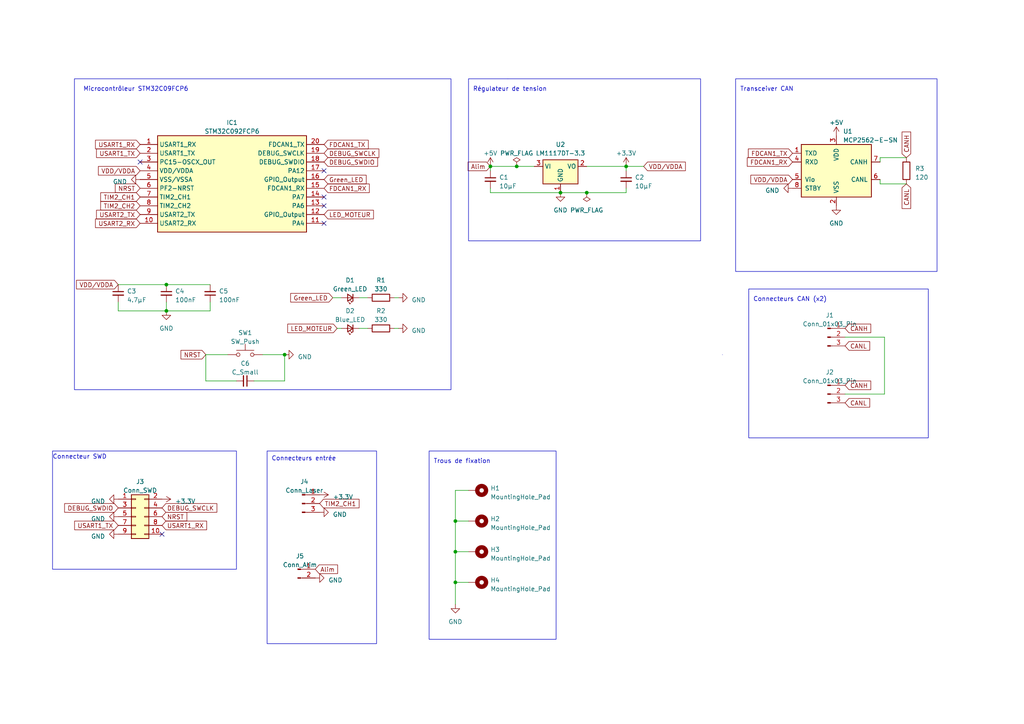
<source format=kicad_sch>
(kicad_sch (version 20230121) (generator eeschema)
  (paper "A4")
  (title_block (title "PROJET_CONCEPTION_ODOMETRE") (date "2026-02-10") (rev "1.0") (company "ENSEA"))
  (lib_symbols
    (symbol "Connector:Conn_01x02_Pin" (pin_names (offset 1.016) hide)
      (property "Reference" "J" (at 0 2.54 0))
      (property "Value" "Conn_01x02_Pin" (at 0 -5.08 0))
      (symbol "Conn_01x02_Pin_1_1"
        (polyline (pts (xy 1.27 -2.54) (xy 0.8636 -2.54)) (stroke (width 0.1524)))
        (polyline (pts (xy 1.27 0) (xy 0.8636 0)) (stroke (width 0.1524)))
        (rectangle (start 0.8636 -2.413) (end 0 -2.667) (stroke (width 0.1524)) (fill (type outline)))
        (rectangle (start 0.8636 0.127) (end 0 -0.127) (stroke (width 0.1524)) (fill (type outline)))
        (pin passive line (at 5.08 0 180) (length 3.81) (name "Pin_1") (number "1"))
        (pin passive line (at 5.08 -2.54 180) (length 3.81) (name "Pin_2") (number "2"))
      )
    )
    (symbol "Connector:Conn_01x03_Pin" (pin_names (offset 1.016) hide)
      (property "Reference" "J" (at 0 5.08 0))
      (property "Value" "Conn_01x03_Pin" (at 0 -5.08 0))
      (symbol "Conn_01x03_Pin_1_1"
        (polyline (pts (xy 1.27 -2.54) (xy 0.8636 -2.54)) (stroke (width 0.1524)))
        (polyline (pts (xy 1.27 0) (xy 0.8636 0)) (stroke (width 0.1524)))
        (polyline (pts (xy 1.27 2.54) (xy 0.8636 2.54)) (stroke (width 0.1524)))
        (rectangle (start 0.8636 -2.413) (end 0 -2.667) (stroke (width 0.1524)) (fill (type outline)))
        (rectangle (start 0.8636 0.127) (end 0 -0.127) (stroke (width 0.1524)) (fill (type outline)))
        (rectangle (start 0.8636 2.667) (end 0 2.413) (stroke (width 0.1524)) (fill (type outline)))
        (pin passive line (at 5.08 2.54 180) (length 3.81) (name "Pin_1") (number "1"))
        (pin passive line (at 5.08 0 180) (length 3.81) (name "Pin_2") (number "2"))
        (pin passive line (at 5.08 -2.54 180) (length 3.81) (name "Pin_3") (number "3"))
      )
    )
    (symbol "Connector_Generic:Conn_02x05_Odd_Even" (pin_names (offset 1.016) hide)
      (property "Reference" "J" (at 1.27 7.62 0))
      (property "Value" "Conn_02x05_Odd_Even" (at 1.27 -7.62 0))
      (symbol "Conn_02x05_Odd_Even_1_1"
        (rectangle (start -1.27 -4.953) (end 0 -5.207) (stroke (width 0.1524)))
        (rectangle (start -1.27 -2.413) (end 0 -2.667) (stroke (width 0.1524)))
        (rectangle (start -1.27 0.127) (end 0 -0.127) (stroke (width 0.1524)))
        (rectangle (start -1.27 2.667) (end 0 2.413) (stroke (width 0.1524)))
        (rectangle (start -1.27 5.207) (end 0 4.953) (stroke (width 0.1524)))
        (rectangle (start -1.27 6.35) (end 3.81 -6.35) (stroke (width 0.254)) (fill (type background)))
        (rectangle (start 3.81 -4.953) (end 2.54 -5.207) (stroke (width 0.1524)))
        (rectangle (start 3.81 -2.413) (end 2.54 -2.667) (stroke (width 0.1524)))
        (rectangle (start 3.81 0.127) (end 2.54 -0.127) (stroke (width 0.1524)))
        (rectangle (start 3.81 2.667) (end 2.54 2.413) (stroke (width 0.1524)))
        (rectangle (start 3.81 5.207) (end 2.54 4.953) (stroke (width 0.1524)))
        (pin passive line (at -5.08 5.08 0) (length 3.81) (name "Pin_1") (number "1"))
        (pin passive line (at 7.62 -5.08 180) (length 3.81) (name "Pin_10") (number "10"))
        (pin passive line (at 7.62 5.08 180) (length 3.81) (name "Pin_2") (number "2"))
        (pin passive line (at -5.08 2.54 0) (length 3.81) (name "Pin_3") (number "3"))
        (pin passive line (at 7.62 2.54 180) (length 3.81) (name "Pin_4") (number "4"))
        (pin passive line (at -5.08 0 0) (length 3.81) (name "Pin_5") (number "5"))
        (pin passive line (at 7.62 0 180) (length 3.81) (name "Pin_6") (number "6"))
        (pin passive line (at -5.08 -2.54 0) (length 3.81) (name "Pin_7") (number "7"))
        (pin passive line (at 7.62 -2.54 180) (length 3.81) (name "Pin_8") (number "8"))
        (pin passive line (at -5.08 -5.08 0) (length 3.81) (name "Pin_9") (number "9"))
      )
    )
    (symbol "Device:C_Small" (pin_numbers hide) (pin_names (offset 0.254) hide)
      (property "Reference" "C" (at 0.254 1.778 0))
      (property "Value" "C_Small" (at 0.254 -2.032 0))
      (symbol "C_Small_0_1"
        (polyline (pts (xy -1.524 -0.508) (xy 1.524 -0.508)) (stroke (width 0.3302)))
        (polyline (pts (xy -1.524 0.508) (xy 1.524 0.508)) (stroke (width 0.3048)))
      )
      (symbol "C_Small_1_1"
        (pin passive line (at 0 2.54 270) (length 2.032) (name "~") (number "1"))
        (pin passive line (at 0 -2.54 90) (length 2.032) (name "~") (number "2"))
      )
    )
    (symbol "Device:LED_Small" (pin_numbers hide) (pin_names (offset 0.254) hide)
      (property "Reference" "D" (at -1.27 3.175 0))
      (property "Value" "LED_Small" (at -4.445 -2.54 0))
      (symbol "LED_Small_0_1"
        (polyline (pts (xy -0.762 -1.016) (xy -0.762 1.016)) (stroke (width 0.254)))
        (polyline (pts (xy 1.016 0) (xy -0.762 0)))
        (polyline (pts (xy 0.762 -1.016) (xy -0.762 0) (xy 0.762 1.016) (xy 0.762 -1.016)) (stroke (width 0.254)))
        (polyline (pts (xy 0 0.762) (xy -0.508 1.27) (xy -0.254 1.27) (xy -0.508 1.27) (xy -0.508 1.016)))
        (polyline (pts (xy 0.508 1.27) (xy 0 1.778) (xy 0.254 1.778) (xy 0 1.778) (xy 0 1.524)))
      )
      (symbol "LED_Small_1_1"
        (pin passive line (at -2.54 0 0) (length 1.778) (name "K") (number "1"))
        (pin passive line (at 2.54 0 180) (length 1.778) (name "A") (number "2"))
      )
    )
    (symbol "Device:R" (pin_numbers hide) (pin_names (offset 0))
      (property "Reference" "R" (at 2.032 0 90))
      (property "Value" "R" (at 0 0 90))
      (symbol "R_0_1"
        (rectangle (start -1.016 -2.54) (end 1.016 2.54) (stroke (width 0.254)))
      )
      (symbol "R_1_1"
        (pin passive line (at 0 3.81 270) (length 1.27) (name "~") (number "1"))
        (pin passive line (at 0 -3.81 90) (length 1.27) (name "~") (number "2"))
      )
    )
    (symbol "Interface_CAN_LIN:MCP2562-E-SN" (pin_names (offset 1.016))
      (property "Reference" "U" (at -10.16 8.89 0))
      (property "Value" "MCP2562-E-SN" (at 2.54 8.89 0))
      (symbol "MCP2562-E-SN_0_1"
        (rectangle (start -10.16 7.62) (end 10.16 -7.62) (stroke (width 0.254)) (fill (type background)))
      )
      (symbol "MCP2562-E-SN_1_1"
        (pin input line (at -12.7 5.08 0) (length 2.54) (name "TXD") (number "1"))
        (pin power_in line (at 0 -10.16 90) (length 2.54) (name "VSS") (number "2"))
        (pin power_in line (at 0 10.16 270) (length 2.54) (name "VDD") (number "3"))
        (pin output line (at -12.7 2.54 0) (length 2.54) (name "RXD") (number "4"))
        (pin power_in line (at -12.7 -2.54 0) (length 2.54) (name "Vio") (number "5"))
        (pin bidirectional line (at 12.7 -2.54 180) (length 2.54) (name "CANL") (number "6"))
        (pin bidirectional line (at 12.7 2.54 180) (length 2.54) (name "CANH") (number "7"))
        (pin input line (at -12.7 -5.08 0) (length 2.54) (name "STBY") (number "8"))
      )
    )
    (symbol "Mechanical:MountingHole_Pad" (pin_numbers hide) (pin_names (offset 1.016) hide)
      (property "Reference" "H" (at 0 6.35 0))
      (property "Value" "MountingHole_Pad" (at 0 4.445 0))
      (symbol "MountingHole_Pad_0_1"
        (circle (center 0 1.27) (radius 1.27) (stroke (width 1.27)))
      )
      (symbol "MountingHole_Pad_1_1"
        (pin input line (at 0 -2.54 90) (length 2.54) (name "1") (number "1"))
      )
    )
    (symbol "Regulator_Linear:LM1117DT-3.3"
      (property "Reference" "U" (at -3.81 3.175 0))
      (property "Value" "LM1117DT-3.3" (at 0 3.175 0))
      (symbol "LM1117DT-3.3_0_1"
        (rectangle (start -5.08 -5.08) (end 5.08 1.905) (stroke (width 0.254)) (fill (type background)))
      )
      (symbol "LM1117DT-3.3_1_1"
        (pin power_in line (at 0 -7.62 90) (length 2.54) (name "GND") (number "1"))
        (pin power_out line (at 7.62 0 180) (length 2.54) (name "VO") (number "2"))
        (pin power_in line (at -7.62 0 0) (length 2.54) (name "VI") (number "3"))
      )
    )
    (symbol "STM32C092FCP6:STM32C092FCP6"
      (property "Reference" "IC1" (at 26.67 6.35 0))
      (property "Value" "STM32C092FCP6" (at 26.67 3.81 0))
      (symbol "STM32C092FCP6_1_1"
        (rectangle (start 5.08 2.54) (end 48.26 -25.4) (stroke (width 0.254)) (fill (type background)))
        (pin passive line (at 0 0 0) (length 5.08) (name "USART1_RX") (number "1"))
        (pin passive line (at 0 -22.86 0) (length 5.08) (name "USART2_RX") (number "10"))
        (pin passive line (at 53.34 -22.86 180) (length 5.08) (name "PA4") (number "11"))
        (pin passive line (at 53.34 -20.32 180) (length 5.08) (name "GPIO_Output") (number "12"))
        (pin passive line (at 53.34 -17.78 180) (length 5.08) (name "PA6") (number "13"))
        (pin passive line (at 53.34 -15.24 180) (length 5.08) (name "PA7") (number "14"))
        (pin passive line (at 53.34 -12.7 180) (length 5.08) (name "FDCAN1_RX") (number "15"))
        (pin passive line (at 53.34 -10.16 180) (length 5.08) (name "GPIO_Output") (number "16"))
        (pin passive line (at 53.34 -7.62 180) (length 5.08) (name "PA12") (number "17"))
        (pin passive line (at 53.34 -5.08 180) (length 5.08) (name "DEBUG_SWDIO") (number "18"))
        (pin passive line (at 53.34 -2.54 180) (length 5.08) (name "DEBUG_SWCLK") (number "19"))
        (pin passive line (at 0 -2.54 0) (length 5.08) (name "USART1_TX") (number "2"))
        (pin passive line (at 53.34 0 180) (length 5.08) (name "FDCAN1_TX") (number "20"))
        (pin passive line (at 0 -5.08 0) (length 5.08) (name "PC15-OSCX_OUT") (number "3"))
        (pin passive line (at 0 -7.62 0) (length 5.08) (name "VDD/VDDA") (number "4"))
        (pin passive line (at 0 -10.16 0) (length 5.08) (name "VSS/VSSA") (number "5"))
        (pin passive line (at 0 -12.7 0) (length 5.08) (name "PF2-NRST") (number "6"))
        (pin passive line (at 0 -15.24 0) (length 5.08) (name "TIM2_CH1") (number "7"))
        (pin passive line (at 0 -17.78 0) (length 5.08) (name "TIM2_CH2") (number "8"))
        (pin passive line (at 0 -20.32 0) (length 5.08) (name "USART2_TX") (number "9"))
      )
    )
    (symbol "Switch:SW_Push" (pin_numbers hide) (pin_names (offset 1.016) hide)
      (property "Reference" "SW" (at 1.27 2.54 0))
      (property "Value" "SW_Push" (at 0 -1.524 0))
      (symbol "SW_Push_0_1"
        (circle (center -2.032 0) (radius 0.508))
        (polyline (pts (xy 0 1.27) (xy 0 3.048)))
        (polyline (pts (xy 2.54 1.27) (xy -2.54 1.27)))
        (circle (center 2.032 0) (radius 0.508))
        (pin passive line (at -5.08 0 0) (length 2.54) (name "1") (number "1"))
        (pin passive line (at 5.08 0 180) (length 2.54) (name "2") (number "2"))
      )
    )
    (symbol "power:+3.3V" (power) (pin_names (offset 0))
      (property "Value" "+3.3V" (at 0 3.556 0))
      (symbol "+3.3V_0_1"
        (polyline (pts (xy -0.762 1.27) (xy 0 2.54)))
        (polyline (pts (xy 0 0) (xy 0 2.54)))
        (polyline (pts (xy 0 2.54) (xy 0.762 1.27)))
      )
      (symbol "+3.3V_1_1"
        (pin power_in line (at 0 0 90) (length 0) hide (name "+3.3V") (number "1"))
      )
    )
    (symbol "power:+5V" (power) (pin_names (offset 0))
      (property "Value" "+5V" (at 0 3.556 0))
      (symbol "+5V_0_1"
        (polyline (pts (xy -0.762 1.27) (xy 0 2.54)))
        (polyline (pts (xy 0 0) (xy 0 2.54)))
        (polyline (pts (xy 0 2.54) (xy 0.762 1.27)))
      )
      (symbol "+5V_1_1"
        (pin power_in line (at 0 0 90) (length 0) hide (name "+5V") (number "1"))
      )
    )
    (symbol "power:GND" (power) (pin_names (offset 0))
      (property "Value" "GND" (at 0 -3.81 0))
      (symbol "GND_0_1"
        (polyline (pts (xy 0 0) (xy 0 -1.27) (xy 1.27 -1.27) (xy 0 -2.54) (xy -1.27 -1.27) (xy 0 -1.27)))
      )
      (symbol "GND_1_1"
        (pin power_in line (at 0 0 270) (length 0) hide (name "GND") (number "1"))
      )
    )
    (symbol "power:PWR_FLAG" (power) (pin_numbers hide) (pin_names (offset 0) hide)
      (property "Value" "PWR_FLAG" (at 0 3.81 0))
      (symbol "PWR_FLAG_0_0"
        (pin power_out line (at 0 0 90) (length 0) (name "pwr") (number "1"))
      )
      (symbol "PWR_FLAG_0_1"
        (polyline (pts (xy 0 0) (xy 0 1.27) (xy -1.016 1.905) (xy 0 2.54) (xy 1.016 1.905) (xy 0 1.27)))
      )
    )
  )
  (junction (at 48.26 82.55))
  (junction (at 132.08 151.13))
  (junction (at 132.08 168.91))
  (junction (at 181.61 48.26))
  (junction (at 170.18 55.88))
  (junction (at 162.56 55.88))
  (junction (at 48.26 90.17))
  (junction (at 142.24 48.26))
  (junction (at 82.55 102.87))
  (junction (at 132.08 160.02))
  (junction (at 149.86 48.26))
  (no_connect (at 93.98 57.15))
  (no_connect (at 93.98 64.77))
  (no_connect (at 93.98 59.69))
  (no_connect (at 46.99 154.94))
  (no_connect (at 93.98 49.53))
  (no_connect (at 40.64 46.99))
  (wire (pts (xy 255.27 45.72) (xy 262.89 45.72)))
  (wire (pts (xy 181.61 55.88) (xy 181.61 54.61)))
  (wire (pts (xy 104.14 95.25) (xy 106.68 95.25)))
  (wire (pts (xy 82.55 110.49) (xy 82.55 102.87)))
  (wire (pts (xy 132.08 151.13) (xy 132.08 160.02)))
  (wire (pts (xy 48.26 87.63) (xy 48.26 90.17)))
  (wire (pts (xy 132.08 160.02) (xy 132.08 168.91)))
  (wire (pts (xy 255.27 52.07) (xy 255.27 53.34)))
  (wire (pts (xy 170.18 48.26) (xy 181.61 48.26)))
  (wire (pts (xy 132.08 142.24) (xy 132.08 151.13)))
  (wire (pts (xy 59.69 102.87) (xy 59.69 110.49)))
  (wire (pts (xy 60.96 87.63) (xy 60.96 90.17)))
  (wire (pts (xy 48.26 90.17) (xy 60.96 90.17)))
  (wire (pts (xy 256.54 114.3) (xy 245.11 114.3)))
  (wire (pts (xy 135.89 142.24) (xy 132.08 142.24)))
  (wire (pts (xy 132.08 151.13) (xy 135.89 151.13)))
  (wire (pts (xy 104.14 86.36) (xy 106.68 86.36)))
  (wire (pts (xy 59.69 110.49) (xy 68.58 110.49)))
  (wire (pts (xy 186.69 48.26) (xy 181.61 48.26)))
  (wire (pts (xy 114.3 95.25) (xy 115.57 95.25)))
  (wire (pts (xy 170.18 55.88) (xy 181.61 55.88)))
  (wire (pts (xy 132.08 168.91) (xy 132.08 175.26)))
  (wire (pts (xy 34.29 87.63) (xy 34.29 90.17)))
  (wire (pts (xy 142.24 48.26) (xy 142.24 49.53)))
  (wire (pts (xy 149.86 48.26) (xy 154.94 48.26)))
  (wire (pts (xy 73.66 110.49) (xy 82.55 110.49)))
  (wire (pts (xy 48.26 82.55) (xy 60.96 82.55)))
  (wire (pts (xy 256.54 97.79) (xy 256.54 114.3)))
  (wire (pts (xy 114.3 86.36) (xy 115.57 86.36)))
  (wire (pts (xy 34.29 82.55) (xy 48.26 82.55)))
  (wire (pts (xy 132.08 160.02) (xy 135.89 160.02)))
  (wire (pts (xy 255.27 53.34) (xy 262.89 53.34)))
  (wire (pts (xy 34.29 90.17) (xy 48.26 90.17)))
  (wire (pts (xy 142.24 48.26) (xy 149.86 48.26)))
  (wire (pts (xy 255.27 46.99) (xy 255.27 45.72)))
  (wire (pts (xy 142.24 55.88) (xy 162.56 55.88)))
  (wire (pts (xy 96.52 86.36) (xy 99.06 86.36)))
  (wire (pts (xy 162.56 55.88) (xy 170.18 55.88)))
  (wire (pts (xy 66.04 102.87) (xy 59.69 102.87)))
  (wire (pts (xy 142.24 54.61) (xy 142.24 55.88)))
  (wire (pts (xy 132.08 168.91) (xy 135.89 168.91)))
  (wire (pts (xy 245.11 97.79) (xy 256.54 97.79)))
  (wire (pts (xy 82.55 102.87) (xy 76.2 102.87)))
  (wire (pts (xy 97.79 95.25) (xy 99.06 95.25)))
  (wire (pts (xy 181.61 48.26) (xy 181.61 49.53)))
  (rectangle (start 217.17 83.82) (end 269.24 127))
  (rectangle (start 21.59 22.86) (end 130.81 113.03))
  (rectangle (start 15.24 130.81) (end 68.58 165.1))
  (rectangle (start 147.32 22.86) (end 147.32 22.86))
  (rectangle (start 124.46 130.81) (end 161.29 185.42))
  (rectangle (start 135.89 22.86) (end 203.2 69.85))
  (rectangle (start 213.36 22.86) (end 271.78 78.74))
  (rectangle (start 209.55 102.87) (end 209.55 102.87))
  (rectangle (start 77.47 130.81) (end 109.22 186.69))
  (text "Transceiver CAN\n" (at 214.63 26.67 0) (effects (font (size 1.27 1.27)) (justify left bottom)))
  (text "Connecteurs CAN (x2)\n" (at 218.44 87.63 0) (effects (font (size 1.27 1.27)) (justify left bottom)))
  (text "Connecteur SWD " (at 15.24 133.35 0) (effects (font (size 1.27 1.27)) (justify left bottom)))
  (text "\nConnecteurs entrée\n\n" (at 78.74 135.89 0) (effects (font (size 1.27 1.27)) (justify left bottom)))
  (text "Régulateur de tension" (at 137.16 26.67 0) (effects (font (size 1.27 1.27)) (justify left bottom)))
  (text "Microcontrôleur STM32C09FCP6\n" (at 24.13 26.67 0) (effects (font (size 1.27 1.27)) (justify left bottom)))
  (text "Trous de fixation\n" (at 125.73 134.62 0) (effects (font (size 1.27 1.27)) (justify left bottom)))
  (global_label "FDCAN1_RX" (shape input) (at 229.87 46.99 180) (property "Intersheetrefs" "${INTERSHEET_REFS}" (effects hide)))
  (global_label "Alim" (shape input) (at 91.44 165.1 0) (property "Intersheetrefs" "${INTERSHEET_REFS}" (effects hide)))
  (global_label "USART1_RX" (shape input) (at 40.64 41.91 180) (property "Intersheetrefs" "${INTERSHEET_REFS}" (effects hide)))
  (global_label "USART1_TX" (shape input) (at 34.29 152.4 180) (property "Intersheetrefs" "${INTERSHEET_REFS}" (effects hide)))
  (global_label "DEBUG_SWCLK" (shape input) (at 46.99 147.32 0) (property "Intersheetrefs" "${INTERSHEET_REFS}" (effects hide)))
  (global_label "Green_LED" (shape input) (at 96.52 86.36 180) (property "Intersheetrefs" "${INTERSHEET_REFS}" (effects hide)))
  (global_label "LED_MOTEUR" (shape input) (at 97.79 95.25 180) (property "Intersheetrefs" "${INTERSHEET_REFS}" (effects hide)))
  (global_label "TIM2_CH1" (shape input) (at 40.64 57.15 180) (property "Intersheetrefs" "${INTERSHEET_REFS}" (effects hide)))
  (global_label "FDCAN1_RX" (shape input) (at 93.98 54.61 0) (property "Intersheetrefs" "${INTERSHEET_REFS}" (effects hide)))
  (global_label "CANH" (shape input) (at 262.89 45.72 90) (property "Intersheetrefs" "${INTERSHEET_REFS}" (effects hide)))
  (global_label "Green_LED" (shape input) (at 93.98 52.07 0) (property "Intersheetrefs" "${INTERSHEET_REFS}" (effects hide)))
  (global_label "USART2_TX" (shape input) (at 40.64 62.23 180) (property "Intersheetrefs" "${INTERSHEET_REFS}" (effects hide)))
  (global_label "FDCAN1_TX" (shape input) (at 229.87 44.45 180) (property "Intersheetrefs" "${INTERSHEET_REFS}" (effects hide)))
  (global_label "VDD{slash}VDDA" (shape input) (at 186.69 48.26 0) (property "Intersheetrefs" "${INTERSHEET_REFS}" (effects hide)))
  (global_label "CANL" (shape input) (at 245.11 116.84 0) (property "Intersheetrefs" "${INTERSHEET_REFS}" (effects hide)))
  (global_label "VDD{slash}VDDA" (shape input) (at 34.29 82.55 180) (property "Intersheetrefs" "${INTERSHEET_REFS}" (effects hide)))
  (global_label "USART2_RX" (shape input) (at 40.64 64.77 180) (property "Intersheetrefs" "${INTERSHEET_REFS}" (effects hide)))
  (global_label "CANH" (shape input) (at 245.11 111.76 0) (property "Intersheetrefs" "${INTERSHEET_REFS}" (effects hide)))
  (global_label "VDD{slash}VDDA" (shape input) (at 40.64 49.53 180) (property "Intersheetrefs" "${INTERSHEET_REFS}" (effects hide)))
  (global_label "TIM2_CH2" (shape input) (at 40.64 59.69 180) (property "Intersheetrefs" "${INTERSHEET_REFS}" (effects hide)))
  (global_label "NRST" (shape input) (at 59.69 102.87 180) (property "Intersheetrefs" "${INTERSHEET_REFS}" (effects hide)))
  (global_label "NRST" (shape input) (at 46.99 149.86 0) (property "Intersheetrefs" "${INTERSHEET_REFS}" (effects hide)))
  (global_label "VDD{slash}VDDA" (shape input) (at 229.87 52.07 180) (property "Intersheetrefs" "${INTERSHEET_REFS}" (effects hide)))
  (global_label "DEBUG_SWCLK" (shape input) (at 93.98 44.45 0) (property "Intersheetrefs" "${INTERSHEET_REFS}" (effects hide)))
  (global_label "CANL" (shape input) (at 262.89 53.34 270) (property "Intersheetrefs" "${INTERSHEET_REFS}" (effects hide)))
  (global_label "CANH" (shape input) (at 245.11 95.25 0) (property "Intersheetrefs" "${INTERSHEET_REFS}" (effects hide)))
  (global_label "Alim" (shape input) (at 142.24 48.26 180) (property "Intersheetrefs" "${INTERSHEET_REFS}" (effects hide)))
  (global_label "NRST" (shape input) (at 40.64 54.61 180) (property "Intersheetrefs" "${INTERSHEET_REFS}" (effects hide)))
  (global_label "TIM2_CH1" (shape input) (at 92.71 146.05 0) (property "Intersheetrefs" "${INTERSHEET_REFS}" (effects hide)))
  (global_label "LED_MOTEUR" (shape input) (at 93.98 62.23 0) (property "Intersheetrefs" "${INTERSHEET_REFS}" (effects hide)))
  (global_label "FDCAN1_TX" (shape input) (at 93.98 41.91 0) (property "Intersheetrefs" "${INTERSHEET_REFS}" (effects hide)))
  (global_label "USART1_TX" (shape input) (at 40.64 44.45 180) (property "Intersheetrefs" "${INTERSHEET_REFS}" (effects hide)))
  (global_label "DEBUG_SWDIO" (shape input) (at 93.98 46.99 0) (property "Intersheetrefs" "${INTERSHEET_REFS}" (effects hide)))
  (global_label "USART1_RX" (shape input) (at 46.99 152.4 0) (property "Intersheetrefs" "${INTERSHEET_REFS}" (effects hide)))
  (global_label "CANL" (shape input) (at 245.11 100.33 0) (property "Intersheetrefs" "${INTERSHEET_REFS}" (effects hide)))
  (global_label "DEBUG_SWDIO" (shape input) (at 34.29 147.32 180) (property "Intersheetrefs" "${INTERSHEET_REFS}" (effects hide)))
  (symbol (lib_id "Device:C_Small") (at 48.26 85.09 0) (unit 1)
    (property "Reference" "C4" (at 50.8 84.4613 0) (effects (justify left)))
    (property "Value" "100nF" (at 50.8 87.0013 0) (effects (justify left)))
    (property "Footprint" "Capacitor_SMD:C_0805_2012Metric_Pad1.18x1.45mm_HandSolder" (effects hide))
  )
  (symbol (lib_id "power:+3.3V") (at 92.71 143.51 270) (unit 1)
    (property "Reference" "#PWR017" (effects hide))
    (property "Value" "+3.3V" (at 96.52 144.145 90) (effects (justify left)))
  )
  (symbol (lib_id "power:+3.3V") (at 46.99 144.78 270) (unit 1)
    (property "Reference" "#PWR012" (effects hide))
    (property "Value" "+3.3V" (at 50.8 145.415 90) (effects (justify left)))
  )
  (symbol (lib_id "Connector_Generic:Conn_02x05_Odd_Even") (at 39.37 149.86 0) (unit 1)
    (property "Reference" "J3" (at 40.64 139.7 0))
    (property "Value" "Conn_SWD" (at 40.64 142.24 0))
  )
  (symbol (lib_id "Device:R") (at 262.89 49.53 0) (unit 1)
    (property "Reference" "R3" (at 265.43 48.895 0) (effects (justify left)))
    (property "Value" "120" (at 265.43 51.435 0) (effects (justify left)))
  )
  (symbol (lib_id "Connector:Conn_01x03_Pin") (at 87.63 146.05 0) (unit 1)
    (property "Reference" "J4" (at 88.265 139.7 0))
    (property "Value" "Conn_Laser" (at 88.265 142.24 0))
  )
  (symbol (lib_id "power:PWR_FLAG") (at 170.18 55.88 180) (unit 1)
    (property "Reference" "#FLG02" (effects hide))
    (property "Value" "PWR_FLAG" (at 170.18 60.96 0))
  )
  (symbol (lib_id "Device:C_Small") (at 181.61 52.07 0) (unit 1)
    (property "Reference" "C2" (at 184.15 51.4413 0) (effects (justify left)))
    (property "Value" "10µF" (at 184.15 53.9813 0) (effects (justify left)))
    (property "Footprint" "Capacitor_SMD:C_0805_2012Metric_Pad1.18x1.45mm_HandSolder" (effects hide))
  )
  (symbol (lib_id "Interface_CAN_LIN:MCP2562-E-SN") (at 242.57 49.53 0) (unit 1)
    (property "Reference" "U1" (at 244.5259 38.1 0) (effects (justify left)))
    (property "Value" "MCP2562-E-SN" (at 244.5259 40.64 0) (effects (justify left)))
    (property "Footprint" "Package_SO:SOIC-8_3.9x4.9mm_P1.27mm" (effects hide))
    (property "Datasheet" "http://ww1.microchip.com/downloads/en/DeviceDoc/25167A.pdf" (effects hide))
  )
  (symbol (lib_id "Device:R") (at 110.49 86.36 90) (unit 1)
    (property "Reference" "R1" (at 110.49 81.28 90))
    (property "Value" "330" (at 110.49 83.82 90))
    (property "Footprint" "Resistor_SMD:R_0603_1608Metric_Pad0.98x0.95mm_HandSolder" (effects hide))
  )
  (symbol (lib_id "Mechanical:MountingHole_Pad") (at 138.43 151.13 270) (unit 1)
    (property "Reference" "H2" (at 142.24 150.495 90) (effects (justify left)))
    (property "Value" "MountingHole_Pad" (at 142.24 153.035 90) (effects (justify left)))
    (property "Footprint" "MountingHole:MountingHole_3.2mm_M3_DIN965_Pad" (effects hide))
  )
  (symbol (lib_id "power:+3.3V") (at 181.61 48.26 0) (unit 1)
    (property "Reference" "#PWR03" (effects hide))
    (property "Value" "+3.3V" (at 181.61 44.45 0))
  )
  (symbol (lib_id "Device:C_Small") (at 71.12 110.49 270) (unit 1)
    (property "Reference" "C6" (at 71.1136 105.41 90))
    (property "Value" "C_Small" (at 71.1136 107.95 90))
    (property "Footprint" "Capacitor_SMD:C_0805_2012Metric_Pad1.18x1.45mm_HandSolder" (effects hide))
  )
  (symbol (lib_id "power:GND") (at 92.71 148.59 90) (unit 1)
    (property "Reference" "#PWR018" (effects hide))
    (property "Value" "GND" (at 96.52 149.225 90) (effects (justify right)))
  )
  (symbol (lib_id "power:+5V") (at 242.57 39.37 0) (unit 1)
    (property "Reference" "#PWR09" (effects hide))
    (property "Value" "+5V" (at 242.57 35.56 0))
  )
  (symbol (lib_id "Regulator_Linear:LM1117DT-3.3") (at 162.56 48.26 0) (unit 1)
    (property "Reference" "U2" (at 162.56 41.91 0))
    (property "Value" "LM1117DT-3.3" (at 162.56 44.45 0))
    (property "Footprint" "Package_TO_SOT_SMD:TO-252-3_TabPin2" (effects hide))
    (property "Datasheet" "http://www.ti.com/lit/ds/symlink/lm1117.pdf" (effects hide))
  )
  (symbol (lib_id "power:GND") (at 48.26 90.17 0) (unit 1)
    (property "Reference" "#PWR06" (effects hide))
    (property "Value" "GND" (at 48.26 95.25 0))
  )
  (symbol (lib_id "power:+5V") (at 142.24 48.26 0) (unit 1)
    (property "Reference" "#PWR05" (effects hide))
    (property "Value" "+5V" (at 142.24 44.45 0))
  )
  (symbol (lib_id "Connector:Conn_01x02_Pin") (at 86.36 165.1 0) (unit 1)
    (property "Reference" "J5" (at 86.995 161.29 0))
    (property "Value" "Conn_Alim" (at 86.995 163.83 0))
  )
  (symbol (lib_id "power:GND") (at 34.29 149.86 270) (unit 1)
    (property "Reference" "#PWR013" (effects hide))
    (property "Value" "GND" (at 30.48 150.495 90) (effects (justify right)))
  )
  (symbol (lib_id "power:GND") (at 34.29 144.78 270) (unit 1)
    (property "Reference" "#PWR011" (effects hide))
    (property "Value" "GND" (at 30.48 145.415 90) (effects (justify right)))
  )
  (symbol (lib_id "Device:C_Small") (at 34.29 85.09 0) (unit 1)
    (property "Reference" "C3" (at 36.83 84.4613 0) (effects (justify left)))
    (property "Value" "4.7µF" (at 36.83 87.0013 0) (effects (justify left)))
    (property "Footprint" "Capacitor_SMD:C_0805_2012Metric_Pad1.18x1.45mm_HandSolder" (effects hide))
  )
  (symbol (lib_id "power:GND") (at 91.44 167.64 90) (unit 1)
    (property "Reference" "#PWR019" (effects hide))
    (property "Value" "GND" (at 95.25 168.275 90) (effects (justify right)))
  )
  (symbol (lib_id "power:GND") (at 242.57 59.69 0) (unit 1)
    (property "Reference" "#PWR016" (effects hide))
    (property "Value" "GND" (at 242.57 64.77 0))
  )
  (symbol (lib_id "power:GND") (at 115.57 95.25 90) (unit 1)
    (property "Reference" "#PWR08" (effects hide))
    (property "Value" "GND" (at 119.38 95.885 90) (effects (justify right)))
  )
  (symbol (lib_id "Connector:Conn_01x03_Pin") (at 240.03 114.3 0) (unit 1)
    (property "Reference" "J2" (at 240.665 107.95 0))
    (property "Value" "Conn_01x03_Pin" (at 240.665 110.49 0))
  )
  (symbol (lib_id "power:GND") (at 34.29 154.94 270) (unit 1)
    (property "Reference" "#PWR014" (effects hide))
    (property "Value" "GND" (at 30.48 155.575 90) (effects (justify right)))
  )
  (symbol (lib_id "power:GND") (at 132.08 175.26 0) (unit 1)
    (property "Reference" "#PWR01" (effects hide))
    (property "Value" "GND" (at 132.08 180.34 0))
  )
  (symbol (lib_id "power:GND") (at 115.57 86.36 90) (unit 1)
    (property "Reference" "#PWR02" (effects hide))
    (property "Value" "GND" (at 119.38 86.995 90) (effects (justify right)))
  )
  (symbol (lib_id "power:GND") (at 40.64 52.07 270) (unit 1)
    (property "Reference" "#PWR015" (effects hide))
    (property "Value" "GND" (at 36.83 52.705 90) (effects (justify right)))
  )
  (symbol (lib_id "Mechanical:MountingHole_Pad") (at 138.43 160.02 270) (unit 1)
    (property "Reference" "H3" (at 142.24 159.385 90) (effects (justify left)))
    (property "Value" "MountingHole_Pad" (at 142.24 161.925 90) (effects (justify left)))
    (property "Footprint" "MountingHole:MountingHole_3.2mm_M3_DIN965_Pad" (effects hide))
  )
  (symbol (lib_id "power:GND") (at 82.55 102.87 90) (unit 1)
    (property "Reference" "#PWR07" (effects hide))
    (property "Value" "GND" (at 86.36 103.505 90) (effects (justify right)))
  )
  (symbol (lib_id "Mechanical:MountingHole_Pad") (at 138.43 142.24 270) (unit 1)
    (property "Reference" "H1" (at 142.24 141.605 90) (effects (justify left)))
    (property "Value" "MountingHole_Pad" (at 142.24 144.145 90) (effects (justify left)))
    (property "Footprint" "MountingHole:MountingHole_3.2mm_M3_DIN965_Pad" (effects hide))
  )
  (symbol (lib_id "Device:C_Small") (at 60.96 85.09 180) (unit 1)
    (property "Reference" "C5" (at 63.5 84.4486 0) (effects (justify right)))
    (property "Value" "100nF" (at 63.5 86.9886 0) (effects (justify right)))
    (property "Footprint" "Capacitor_SMD:C_0805_2012Metric_Pad1.18x1.45mm_HandSolder" (effects hide))
  )
  (symbol (lib_id "STM32C092FCP6:STM32C092FCP6") (at 40.64 41.91 0) (unit 1)
    (property "Reference" "IC1" (at 67.31 35.56 0))
    (property "Value" "STM32C092FCP6" (at 67.31 38.1 0))
    (property "Footprint" "Package_SO:TSSOP-20_4.4x6.5mm_P0.65mm" (effects hide))
    (property "Datasheet" "https://www.st.com/resource/en/datasheet/stm32c091cb.pdf" (effects hide))
    (property "Height" "1.2" (effects hide))
    (property "Manufacturer_Name" "STMicroelectronics" (effects hide))
    (property "Manufacturer_Part_Number" "STM32C092FCP6" (effects hide))
  )
  (symbol (lib_id "Device:LED_Small") (at 101.6 86.36 180) (unit 1)
    (property "Reference" "D1" (at 101.5365 81.28 0))
    (property "Value" "Green_LED" (at 101.5365 83.82 0))
    (property "Footprint" "Diode_SMD:D_0603_1608Metric_Pad1.05x0.95mm_HandSolder" (effects hide))
  )
  (symbol (lib_id "Connector:Conn_01x03_Pin") (at 240.03 97.79 0) (unit 1)
    (property "Reference" "J1" (at 240.665 91.44 0))
    (property "Value" "Conn_01x03_Pin" (at 240.665 93.98 0))
  )
  (symbol (lib_id "power:GND") (at 162.56 55.88 0) (unit 1)
    (property "Reference" "#PWR04" (effects hide))
    (property "Value" "GND" (at 162.56 60.96 0))
  )
  (symbol (lib_id "Switch:SW_Push") (at 71.12 102.87 0) (unit 1)
    (property "Reference" "SW1" (at 71.12 96.52 0))
    (property "Value" "SW_Push" (at 71.12 99.06 0))
    (property "Footprint" "Button_Switch_THT:SW_PUSH_6mm" (effects hide))
  )
  (symbol (lib_id "Device:LED_Small") (at 101.6 95.25 180) (unit 1)
    (property "Reference" "D2" (at 101.5365 90.17 0))
    (property "Value" "Blue_LED" (at 101.5365 92.71 0))
    (property "Footprint" "Diode_SMD:D_0603_1608Metric_Pad1.05x0.95mm_HandSolder" (effects hide))
  )
  (symbol (lib_id "Device:R") (at 110.49 95.25 90) (unit 1)
    (property "Reference" "R2" (at 110.49 90.17 90))
    (property "Value" "330" (at 110.49 92.71 90))
    (property "Footprint" "Resistor_SMD:R_0603_1608Metric_Pad0.98x0.95mm_HandSolder" (effects hide))
  )
  (symbol (lib_id "power:PWR_FLAG") (at 149.86 48.26 0) (unit 1)
    (property "Reference" "#FLG01" (effects hide))
    (property "Value" "PWR_FLAG" (at 149.86 44.45 0))
  )
  (symbol (lib_id "Mechanical:MountingHole_Pad") (at 138.43 168.91 270) (unit 1)
    (property "Reference" "H4" (at 142.24 168.275 90) (effects (justify left)))
    (property "Value" "MountingHole_Pad" (at 142.24 170.815 90) (effects (justify left)))
    (property "Footprint" "MountingHole:MountingHole_3.2mm_M3_DIN965_Pad" (effects hide))
  )
  (symbol (lib_id "power:GND") (at 229.87 54.61 270) (unit 1)
    (property "Reference" "#PWR010" (effects hide))
    (property "Value" "GND" (at 226.06 55.245 90) (effects (justify right)))
  )
  (symbol (lib_id "Device:C_Small") (at 142.24 52.07 0) (unit 1)
    (property "Reference" "C1" (at 144.78 51.4413 0) (effects (justify left)))
    (property "Value" "10µF" (at 144.78 53.9813 0) (effects (justify left)))
    (property "Footprint" "Capacitor_SMD:C_0805_2012Metric_Pad1.18x1.45mm_HandSolder" (effects hide))
  )
)
</source>
